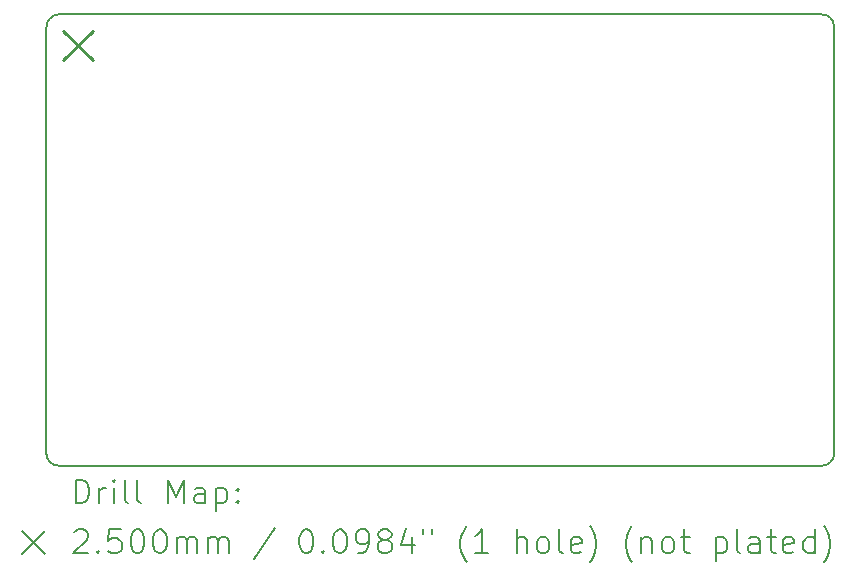
<source format=gbr>
%FSLAX45Y45*%
G04 Gerber Fmt 4.5, Leading zero omitted, Abs format (unit mm)*
G04 Created by KiCad (PCBNEW (6.0.2-0)) date 2025-10-04 10:08:45*
%MOMM*%
%LPD*%
G01*
G04 APERTURE LIST*
%TA.AperFunction,Profile*%
%ADD10C,0.200000*%
%TD*%
%ADD11C,0.200000*%
%ADD12C,0.250000*%
G04 APERTURE END LIST*
D10*
X15291532Y-5013007D02*
G75*
G03*
X15191893Y-5124972I10926J-110041D01*
G01*
X21861893Y-8738440D02*
X21861532Y-5113007D01*
X21761893Y-8833440D02*
G75*
G03*
X21861893Y-8738440I-3250J103552D01*
G01*
X15191893Y-8733440D02*
G75*
G03*
X15296893Y-8833440I103203J3238D01*
G01*
X15296893Y-8833440D02*
X21761893Y-8833440D01*
X21756532Y-5013007D02*
X15291532Y-5013007D01*
X15191893Y-8733440D02*
X15191893Y-5124972D01*
X21861532Y-5113007D02*
G75*
G03*
X21756532Y-5013007I-103203J-3238D01*
G01*
D11*
D12*
X15335000Y-5150000D02*
X15585000Y-5400000D01*
X15585000Y-5150000D02*
X15335000Y-5400000D01*
D11*
X15439495Y-9153932D02*
X15439495Y-8953932D01*
X15487114Y-8953932D01*
X15515686Y-8963456D01*
X15534733Y-8982503D01*
X15544257Y-9001551D01*
X15553781Y-9039646D01*
X15553781Y-9068218D01*
X15544257Y-9106313D01*
X15534733Y-9125360D01*
X15515686Y-9144408D01*
X15487114Y-9153932D01*
X15439495Y-9153932D01*
X15639495Y-9153932D02*
X15639495Y-9020598D01*
X15639495Y-9058694D02*
X15649019Y-9039646D01*
X15658543Y-9030122D01*
X15677590Y-9020598D01*
X15696638Y-9020598D01*
X15763305Y-9153932D02*
X15763305Y-9020598D01*
X15763305Y-8953932D02*
X15753781Y-8963456D01*
X15763305Y-8972979D01*
X15772829Y-8963456D01*
X15763305Y-8953932D01*
X15763305Y-8972979D01*
X15887114Y-9153932D02*
X15868067Y-9144408D01*
X15858543Y-9125360D01*
X15858543Y-8953932D01*
X15991876Y-9153932D02*
X15972829Y-9144408D01*
X15963305Y-9125360D01*
X15963305Y-8953932D01*
X16220448Y-9153932D02*
X16220448Y-8953932D01*
X16287114Y-9096789D01*
X16353781Y-8953932D01*
X16353781Y-9153932D01*
X16534733Y-9153932D02*
X16534733Y-9049170D01*
X16525210Y-9030122D01*
X16506162Y-9020598D01*
X16468067Y-9020598D01*
X16449019Y-9030122D01*
X16534733Y-9144408D02*
X16515686Y-9153932D01*
X16468067Y-9153932D01*
X16449019Y-9144408D01*
X16439495Y-9125360D01*
X16439495Y-9106313D01*
X16449019Y-9087265D01*
X16468067Y-9077741D01*
X16515686Y-9077741D01*
X16534733Y-9068218D01*
X16629971Y-9020598D02*
X16629971Y-9220598D01*
X16629971Y-9030122D02*
X16649019Y-9020598D01*
X16687114Y-9020598D01*
X16706162Y-9030122D01*
X16715686Y-9039646D01*
X16725210Y-9058694D01*
X16725210Y-9115837D01*
X16715686Y-9134884D01*
X16706162Y-9144408D01*
X16687114Y-9153932D01*
X16649019Y-9153932D01*
X16629971Y-9144408D01*
X16810924Y-9134884D02*
X16820448Y-9144408D01*
X16810924Y-9153932D01*
X16801400Y-9144408D01*
X16810924Y-9134884D01*
X16810924Y-9153932D01*
X16810924Y-9030122D02*
X16820448Y-9039646D01*
X16810924Y-9049170D01*
X16801400Y-9039646D01*
X16810924Y-9030122D01*
X16810924Y-9049170D01*
X14981876Y-9383456D02*
X15181876Y-9583456D01*
X15181876Y-9383456D02*
X14981876Y-9583456D01*
X15429971Y-9392979D02*
X15439495Y-9383456D01*
X15458543Y-9373932D01*
X15506162Y-9373932D01*
X15525210Y-9383456D01*
X15534733Y-9392979D01*
X15544257Y-9412027D01*
X15544257Y-9431075D01*
X15534733Y-9459646D01*
X15420448Y-9573932D01*
X15544257Y-9573932D01*
X15629971Y-9554884D02*
X15639495Y-9564408D01*
X15629971Y-9573932D01*
X15620448Y-9564408D01*
X15629971Y-9554884D01*
X15629971Y-9573932D01*
X15820448Y-9373932D02*
X15725210Y-9373932D01*
X15715686Y-9469170D01*
X15725210Y-9459646D01*
X15744257Y-9450122D01*
X15791876Y-9450122D01*
X15810924Y-9459646D01*
X15820448Y-9469170D01*
X15829971Y-9488218D01*
X15829971Y-9535837D01*
X15820448Y-9554884D01*
X15810924Y-9564408D01*
X15791876Y-9573932D01*
X15744257Y-9573932D01*
X15725210Y-9564408D01*
X15715686Y-9554884D01*
X15953781Y-9373932D02*
X15972829Y-9373932D01*
X15991876Y-9383456D01*
X16001400Y-9392979D01*
X16010924Y-9412027D01*
X16020448Y-9450122D01*
X16020448Y-9497741D01*
X16010924Y-9535837D01*
X16001400Y-9554884D01*
X15991876Y-9564408D01*
X15972829Y-9573932D01*
X15953781Y-9573932D01*
X15934733Y-9564408D01*
X15925210Y-9554884D01*
X15915686Y-9535837D01*
X15906162Y-9497741D01*
X15906162Y-9450122D01*
X15915686Y-9412027D01*
X15925210Y-9392979D01*
X15934733Y-9383456D01*
X15953781Y-9373932D01*
X16144257Y-9373932D02*
X16163305Y-9373932D01*
X16182352Y-9383456D01*
X16191876Y-9392979D01*
X16201400Y-9412027D01*
X16210924Y-9450122D01*
X16210924Y-9497741D01*
X16201400Y-9535837D01*
X16191876Y-9554884D01*
X16182352Y-9564408D01*
X16163305Y-9573932D01*
X16144257Y-9573932D01*
X16125210Y-9564408D01*
X16115686Y-9554884D01*
X16106162Y-9535837D01*
X16096638Y-9497741D01*
X16096638Y-9450122D01*
X16106162Y-9412027D01*
X16115686Y-9392979D01*
X16125210Y-9383456D01*
X16144257Y-9373932D01*
X16296638Y-9573932D02*
X16296638Y-9440598D01*
X16296638Y-9459646D02*
X16306162Y-9450122D01*
X16325210Y-9440598D01*
X16353781Y-9440598D01*
X16372829Y-9450122D01*
X16382352Y-9469170D01*
X16382352Y-9573932D01*
X16382352Y-9469170D02*
X16391876Y-9450122D01*
X16410924Y-9440598D01*
X16439495Y-9440598D01*
X16458543Y-9450122D01*
X16468067Y-9469170D01*
X16468067Y-9573932D01*
X16563305Y-9573932D02*
X16563305Y-9440598D01*
X16563305Y-9459646D02*
X16572829Y-9450122D01*
X16591876Y-9440598D01*
X16620448Y-9440598D01*
X16639495Y-9450122D01*
X16649019Y-9469170D01*
X16649019Y-9573932D01*
X16649019Y-9469170D02*
X16658543Y-9450122D01*
X16677590Y-9440598D01*
X16706162Y-9440598D01*
X16725210Y-9450122D01*
X16734733Y-9469170D01*
X16734733Y-9573932D01*
X17125210Y-9364408D02*
X16953781Y-9621551D01*
X17382352Y-9373932D02*
X17401400Y-9373932D01*
X17420448Y-9383456D01*
X17429972Y-9392979D01*
X17439495Y-9412027D01*
X17449019Y-9450122D01*
X17449019Y-9497741D01*
X17439495Y-9535837D01*
X17429972Y-9554884D01*
X17420448Y-9564408D01*
X17401400Y-9573932D01*
X17382352Y-9573932D01*
X17363305Y-9564408D01*
X17353781Y-9554884D01*
X17344257Y-9535837D01*
X17334733Y-9497741D01*
X17334733Y-9450122D01*
X17344257Y-9412027D01*
X17353781Y-9392979D01*
X17363305Y-9383456D01*
X17382352Y-9373932D01*
X17534733Y-9554884D02*
X17544257Y-9564408D01*
X17534733Y-9573932D01*
X17525210Y-9564408D01*
X17534733Y-9554884D01*
X17534733Y-9573932D01*
X17668067Y-9373932D02*
X17687114Y-9373932D01*
X17706162Y-9383456D01*
X17715686Y-9392979D01*
X17725210Y-9412027D01*
X17734733Y-9450122D01*
X17734733Y-9497741D01*
X17725210Y-9535837D01*
X17715686Y-9554884D01*
X17706162Y-9564408D01*
X17687114Y-9573932D01*
X17668067Y-9573932D01*
X17649019Y-9564408D01*
X17639495Y-9554884D01*
X17629972Y-9535837D01*
X17620448Y-9497741D01*
X17620448Y-9450122D01*
X17629972Y-9412027D01*
X17639495Y-9392979D01*
X17649019Y-9383456D01*
X17668067Y-9373932D01*
X17829972Y-9573932D02*
X17868067Y-9573932D01*
X17887114Y-9564408D01*
X17896638Y-9554884D01*
X17915686Y-9526313D01*
X17925210Y-9488218D01*
X17925210Y-9412027D01*
X17915686Y-9392979D01*
X17906162Y-9383456D01*
X17887114Y-9373932D01*
X17849019Y-9373932D01*
X17829972Y-9383456D01*
X17820448Y-9392979D01*
X17810924Y-9412027D01*
X17810924Y-9459646D01*
X17820448Y-9478694D01*
X17829972Y-9488218D01*
X17849019Y-9497741D01*
X17887114Y-9497741D01*
X17906162Y-9488218D01*
X17915686Y-9478694D01*
X17925210Y-9459646D01*
X18039495Y-9459646D02*
X18020448Y-9450122D01*
X18010924Y-9440598D01*
X18001400Y-9421551D01*
X18001400Y-9412027D01*
X18010924Y-9392979D01*
X18020448Y-9383456D01*
X18039495Y-9373932D01*
X18077591Y-9373932D01*
X18096638Y-9383456D01*
X18106162Y-9392979D01*
X18115686Y-9412027D01*
X18115686Y-9421551D01*
X18106162Y-9440598D01*
X18096638Y-9450122D01*
X18077591Y-9459646D01*
X18039495Y-9459646D01*
X18020448Y-9469170D01*
X18010924Y-9478694D01*
X18001400Y-9497741D01*
X18001400Y-9535837D01*
X18010924Y-9554884D01*
X18020448Y-9564408D01*
X18039495Y-9573932D01*
X18077591Y-9573932D01*
X18096638Y-9564408D01*
X18106162Y-9554884D01*
X18115686Y-9535837D01*
X18115686Y-9497741D01*
X18106162Y-9478694D01*
X18096638Y-9469170D01*
X18077591Y-9459646D01*
X18287114Y-9440598D02*
X18287114Y-9573932D01*
X18239495Y-9364408D02*
X18191876Y-9507265D01*
X18315686Y-9507265D01*
X18382352Y-9373932D02*
X18382352Y-9412027D01*
X18458543Y-9373932D02*
X18458543Y-9412027D01*
X18753781Y-9650122D02*
X18744257Y-9640598D01*
X18725210Y-9612027D01*
X18715686Y-9592979D01*
X18706162Y-9564408D01*
X18696638Y-9516789D01*
X18696638Y-9478694D01*
X18706162Y-9431075D01*
X18715686Y-9402503D01*
X18725210Y-9383456D01*
X18744257Y-9354884D01*
X18753781Y-9345360D01*
X18934733Y-9573932D02*
X18820448Y-9573932D01*
X18877591Y-9573932D02*
X18877591Y-9373932D01*
X18858543Y-9402503D01*
X18839495Y-9421551D01*
X18820448Y-9431075D01*
X19172829Y-9573932D02*
X19172829Y-9373932D01*
X19258543Y-9573932D02*
X19258543Y-9469170D01*
X19249019Y-9450122D01*
X19229972Y-9440598D01*
X19201400Y-9440598D01*
X19182352Y-9450122D01*
X19172829Y-9459646D01*
X19382352Y-9573932D02*
X19363305Y-9564408D01*
X19353781Y-9554884D01*
X19344257Y-9535837D01*
X19344257Y-9478694D01*
X19353781Y-9459646D01*
X19363305Y-9450122D01*
X19382352Y-9440598D01*
X19410924Y-9440598D01*
X19429972Y-9450122D01*
X19439495Y-9459646D01*
X19449019Y-9478694D01*
X19449019Y-9535837D01*
X19439495Y-9554884D01*
X19429972Y-9564408D01*
X19410924Y-9573932D01*
X19382352Y-9573932D01*
X19563305Y-9573932D02*
X19544257Y-9564408D01*
X19534733Y-9545360D01*
X19534733Y-9373932D01*
X19715686Y-9564408D02*
X19696638Y-9573932D01*
X19658543Y-9573932D01*
X19639495Y-9564408D01*
X19629972Y-9545360D01*
X19629972Y-9469170D01*
X19639495Y-9450122D01*
X19658543Y-9440598D01*
X19696638Y-9440598D01*
X19715686Y-9450122D01*
X19725210Y-9469170D01*
X19725210Y-9488218D01*
X19629972Y-9507265D01*
X19791876Y-9650122D02*
X19801400Y-9640598D01*
X19820448Y-9612027D01*
X19829972Y-9592979D01*
X19839495Y-9564408D01*
X19849019Y-9516789D01*
X19849019Y-9478694D01*
X19839495Y-9431075D01*
X19829972Y-9402503D01*
X19820448Y-9383456D01*
X19801400Y-9354884D01*
X19791876Y-9345360D01*
X20153781Y-9650122D02*
X20144257Y-9640598D01*
X20125210Y-9612027D01*
X20115686Y-9592979D01*
X20106162Y-9564408D01*
X20096638Y-9516789D01*
X20096638Y-9478694D01*
X20106162Y-9431075D01*
X20115686Y-9402503D01*
X20125210Y-9383456D01*
X20144257Y-9354884D01*
X20153781Y-9345360D01*
X20229972Y-9440598D02*
X20229972Y-9573932D01*
X20229972Y-9459646D02*
X20239495Y-9450122D01*
X20258543Y-9440598D01*
X20287114Y-9440598D01*
X20306162Y-9450122D01*
X20315686Y-9469170D01*
X20315686Y-9573932D01*
X20439495Y-9573932D02*
X20420448Y-9564408D01*
X20410924Y-9554884D01*
X20401400Y-9535837D01*
X20401400Y-9478694D01*
X20410924Y-9459646D01*
X20420448Y-9450122D01*
X20439495Y-9440598D01*
X20468067Y-9440598D01*
X20487114Y-9450122D01*
X20496638Y-9459646D01*
X20506162Y-9478694D01*
X20506162Y-9535837D01*
X20496638Y-9554884D01*
X20487114Y-9564408D01*
X20468067Y-9573932D01*
X20439495Y-9573932D01*
X20563305Y-9440598D02*
X20639495Y-9440598D01*
X20591876Y-9373932D02*
X20591876Y-9545360D01*
X20601400Y-9564408D01*
X20620448Y-9573932D01*
X20639495Y-9573932D01*
X20858543Y-9440598D02*
X20858543Y-9640598D01*
X20858543Y-9450122D02*
X20877591Y-9440598D01*
X20915686Y-9440598D01*
X20934733Y-9450122D01*
X20944257Y-9459646D01*
X20953781Y-9478694D01*
X20953781Y-9535837D01*
X20944257Y-9554884D01*
X20934733Y-9564408D01*
X20915686Y-9573932D01*
X20877591Y-9573932D01*
X20858543Y-9564408D01*
X21068067Y-9573932D02*
X21049019Y-9564408D01*
X21039495Y-9545360D01*
X21039495Y-9373932D01*
X21229972Y-9573932D02*
X21229972Y-9469170D01*
X21220448Y-9450122D01*
X21201400Y-9440598D01*
X21163305Y-9440598D01*
X21144257Y-9450122D01*
X21229972Y-9564408D02*
X21210924Y-9573932D01*
X21163305Y-9573932D01*
X21144257Y-9564408D01*
X21134733Y-9545360D01*
X21134733Y-9526313D01*
X21144257Y-9507265D01*
X21163305Y-9497741D01*
X21210924Y-9497741D01*
X21229972Y-9488218D01*
X21296638Y-9440598D02*
X21372829Y-9440598D01*
X21325210Y-9373932D02*
X21325210Y-9545360D01*
X21334733Y-9564408D01*
X21353781Y-9573932D01*
X21372829Y-9573932D01*
X21515686Y-9564408D02*
X21496638Y-9573932D01*
X21458543Y-9573932D01*
X21439495Y-9564408D01*
X21429972Y-9545360D01*
X21429972Y-9469170D01*
X21439495Y-9450122D01*
X21458543Y-9440598D01*
X21496638Y-9440598D01*
X21515686Y-9450122D01*
X21525210Y-9469170D01*
X21525210Y-9488218D01*
X21429972Y-9507265D01*
X21696638Y-9573932D02*
X21696638Y-9373932D01*
X21696638Y-9564408D02*
X21677591Y-9573932D01*
X21639495Y-9573932D01*
X21620448Y-9564408D01*
X21610924Y-9554884D01*
X21601400Y-9535837D01*
X21601400Y-9478694D01*
X21610924Y-9459646D01*
X21620448Y-9450122D01*
X21639495Y-9440598D01*
X21677591Y-9440598D01*
X21696638Y-9450122D01*
X21772829Y-9650122D02*
X21782352Y-9640598D01*
X21801400Y-9612027D01*
X21810924Y-9592979D01*
X21820448Y-9564408D01*
X21829972Y-9516789D01*
X21829972Y-9478694D01*
X21820448Y-9431075D01*
X21810924Y-9402503D01*
X21801400Y-9383456D01*
X21782352Y-9354884D01*
X21772829Y-9345360D01*
M02*

</source>
